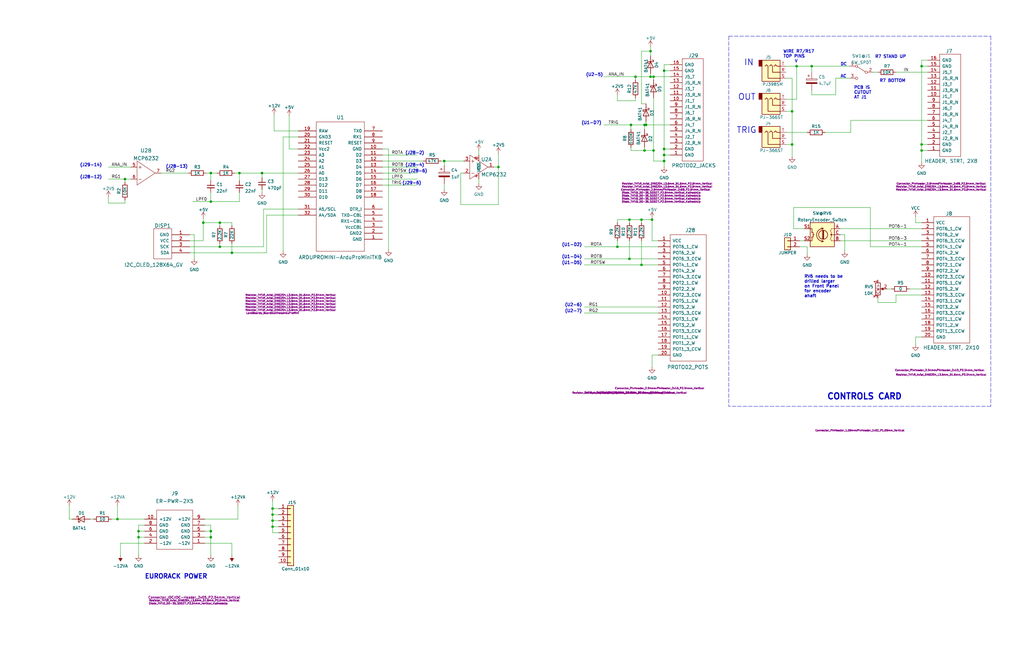
<source format=kicad_sch>
(kicad_sch (version 20211123) (generator eeschema)
  (paper "B")
  (title_block (date "2023-01-06"))
  (lib_symbols
    (symbol "Connector:AudioJack3"
      (property "Reference" "J" (at 0 8.89 0))
      (property "Value" "AudioJack3" (at 0 6.35 0))
      (symbol "AudioJack3_1_1"
        (pin passive line (at 5.08 0 180) (length 2.54) (name "~") (number "R"))
        (pin passive line (at 5.08 2.54 180) (length 2.54) (name "~") (number "S"))
        (pin passive line (at 5.08 -2.54 180) (length 2.54) (name "~") (number "T"))
      )
    )
    (symbol "Connector_Generic:Conn_01x02" (pin_names (offset 1.016) hide)
      (property "Reference" "J" (at 0 2.54 0))
      (property "Value" "Conn_01x02" (at 0 -5.08 0))
      (symbol "Conn_01x02_1_1"
        (pin passive line (at -5.08 0 0) (length 3.81) (name "Pin_1") (number "1"))
        (pin passive line (at -5.08 -2.54 0) (length 3.81) (name "Pin_2") (number "2"))
      )
    )
    (symbol "Connector_Generic:Conn_01x10" (pin_names (offset 1.016) hide)
      (property "Reference" "J" (at 0 12.7 0))
      (property "Value" "Conn_01x10" (at 0 -15.24 0))
      (symbol "Conn_01x10_1_1"
        (pin passive line (at -5.08 10.16 0) (length 3.81) (name "Pin_1") (number "1"))
        (pin passive line (at -5.08 -12.7 0) (length 3.81) (name "Pin_10") (number "10"))
        (pin passive line (at -5.08 7.62 0) (length 3.81) (name "Pin_2") (number "2"))
        (pin passive line (at -5.08 5.08 0) (length 3.81) (name "Pin_3") (number "3"))
        (pin passive line (at -5.08 2.54 0) (length 3.81) (name "Pin_4") (number "4"))
        (pin passive line (at -5.08 0 0) (length 3.81) (name "Pin_5") (number "5"))
        (pin passive line (at -5.08 -2.54 0) (length 3.81) (name "Pin_6") (number "6"))
        (pin passive line (at -5.08 -5.08 0) (length 3.81) (name "Pin_7") (number "7"))
        (pin passive line (at -5.08 -7.62 0) (length 3.81) (name "Pin_8") (number "8"))
        (pin passive line (at -5.08 -10.16 0) (length 3.81) (name "Pin_9") (number "9"))
      )
    )
    (symbol "Device:C_Polarized" (pin_numbers hide) (pin_names (offset 0.254))
      (property "Reference" "C" (at 0.635 2.54 0))
      (property "Value" "C_Polarized" (at 0.635 -2.54 0))
      (symbol "C_Polarized_1_1"
        (pin passive line (at 0 3.81 270) (length 2.794) (name "~") (number "1"))
        (pin passive line (at 0 -3.81 90) (length 2.794) (name "~") (number "2"))
      )
    )
    (symbol "Device:C_Small" (pin_numbers hide) (pin_names (offset 0.254) hide)
      (property "Reference" "C" (at 0.254 1.778 0))
      (property "Value" "C_Small" (at 0.254 -2.032 0))
      (symbol "C_Small_1_1"
        (pin passive line (at 0 2.54 270) (length 2.032) (name "~") (number "1"))
        (pin passive line (at 0 -2.54 90) (length 2.032) (name "~") (number "2"))
      )
    )
    (symbol "Device:D_Schottky" (pin_numbers hide) (pin_names (offset 1.016) hide)
      (property "Reference" "D" (at 0 2.54 0))
      (property "Value" "D_Schottky" (at 0 -2.54 0))
      (symbol "D_Schottky_1_1"
        (pin passive line (at -3.81 0 0) (length 2.54) (name "K") (number "1"))
        (pin passive line (at 3.81 0 180) (length 2.54) (name "A") (number "2"))
      )
    )
    (symbol "Device:R" (pin_numbers hide) (pin_names (offset 0))
      (property "Reference" "R" (at 2.032 0 90))
      (property "Value" "R" (at 0 0 90))
      (symbol "R_1_1"
        (pin passive line (at 0 3.81 270) (length 1.27) (name "~") (number "1"))
        (pin passive line (at 0 -3.81 90) (length 1.27) (name "~") (number "2"))
      )
    )
    (symbol "Device:RotaryEncoder_Switch" (pin_names (offset 0.254) hide)
      (property "Reference" "SW" (at 0 6.604 0))
      (property "Value" "RotaryEncoder_Switch" (at 0 -6.604 0))
      (symbol "RotaryEncoder_Switch_1_1"
        (pin passive line (at -7.62 2.54 0) (length 2.54) (name "A") (number "A"))
        (pin passive line (at -7.62 -2.54 0) (length 2.54) (name "B") (number "B"))
        (pin passive line (at -7.62 0 0) (length 2.54) (name "C") (number "C"))
        (pin passive line (at 7.62 2.54 180) (length 2.54) (name "S1") (number "S1"))
        (pin passive line (at 7.62 -2.54 180) (length 2.54) (name "S2") (number "S2"))
      )
    )
    (symbol "LandBoards_Cards:ARDUPROMINI-ArduProMiniTKB" (pin_names (offset 1.016))
      (property "Reference" "U3" (at 7.62 20.32 0))
      (property "Value" "ARDUPROMINI-ArduProMiniTKB" (at 0 -36.83 0))
      (property "Footprint" "LandBoards_BoardOutlines:ArduProMini" (at 0 -40.64 0))
      (symbol "ARDUPROMINI-ArduProMiniTKB_1_1"
        (pin unspecified line (at -17.78 -30.48 0) (length 7.62) (name "GND") (number "1"))
        (pin unspecified line (at -17.78 7.62 0) (length 7.62) (name "GND") (number "10"))
        (pin bidirectional line (at -17.78 5.08 0) (length 7.62) (name "D2") (number "11"))
        (pin bidirectional line (at -17.78 2.54 0) (length 7.62) (name "D3") (number "12"))
        (pin bidirectional line (at -17.78 0 0) (length 7.62) (name "D4") (number "13"))
        (pin bidirectional line (at -17.78 -2.54 0) (length 7.62) (name "D5") (number "14"))
        (pin bidirectional line (at -17.78 -5.08 0) (length 7.62) (name "D6") (number "15"))
        (pin bidirectional line (at -17.78 -7.62 0) (length 7.62) (name "D7") (number "16"))
        (pin bidirectional line (at -17.78 -10.16 0) (length 7.62) (name "D8") (number "17"))
        (pin bidirectional line (at -17.78 -12.7 0) (length 7.62) (name "D9") (number "18"))
        (pin unspecified line (at 17.78 15.24 180) (length 7.62) (name "RAW") (number "19"))
        (pin unspecified line (at -17.78 -27.94 0) (length 7.62) (name "GND2") (number "2"))
        (pin unspecified line (at 17.78 12.7 180) (length 7.62) (name "GND3") (number "20"))
        (pin input line (at 17.78 10.16 180) (length 7.62) (name "RESET") (number "21"))
        (pin unspecified line (at 17.78 7.62 180) (length 7.62) (name "Vcc2") (number "22"))
        (pin bidirectional line (at 17.78 5.08 180) (length 7.62) (name "A3") (number "23"))
        (pin bidirectional line (at 17.78 2.54 180) (length 7.62) (name "A2") (number "24"))
        (pin bidirectional line (at 17.78 0 180) (length 7.62) (name "A1") (number "25"))
        (pin bidirectional line (at 17.78 -2.54 180) (length 7.62) (name "A0") (number "26"))
        (pin bidirectional line (at 17.78 -5.08 180) (length 7.62) (name "D13") (number "27"))
        (pin input line (at 17.78 -7.62 180) (length 7.62) (name "D12") (number "28"))
        (pin bidirectional line (at 17.78 -10.16 180) (length 7.62) (name "D11") (number "29"))
        (pin power_in line (at -17.78 -25.4 0) (length 7.62) (name "VccCBL") (number "3"))
        (pin bidirectional line (at 17.78 -12.7 180) (length 7.62) (name "D10") (number "30"))
        (pin bidirectional line (at 17.78 -17.78 180) (length 7.62) (name "A5/SCL") (number "31"))
        (pin bidirectional line (at 17.78 -20.32 180) (length 7.62) (name "A4/SDA") (number "32"))
        (pin unspecified line (at -17.78 -22.86 0) (length 7.62) (name "RX1-CBL") (number "4"))
        (pin unspecified line (at -17.78 -20.32 0) (length 7.62) (name "TX0-CBL") (number "5"))
        (pin unspecified line (at -17.78 -17.78 0) (length 7.62) (name "DTR_I") (number "6"))
        (pin bidirectional line (at -17.78 15.24 0) (length 7.62) (name "TX0") (number "7"))
        (pin bidirectional line (at -17.78 12.7 0) (length 7.62) (name "RX1") (number "8"))
        (pin input line (at -17.78 10.16 0) (length 7.62) (name "RESET") (number "9"))
      )
    )
    (symbol "LandBoards_Conns:ER-PWR-2X5" (pin_names (offset 1.016))
      (property "Reference" "J" (at 0 10.16 0))
      (property "Value" "ER-PWR-2X5" (at 1.27 -8.89 0))
      (property "Footprint" "Connector_IDC:IDC-Header_2x05_P2.54mm_Vertical" (at 0 -11.43 0))
      (symbol "ER-PWR-2X5_1_1"
        (pin power_out line (at 12.7 -5.08 180) (length 5.08) (name "-12V") (number "1"))
        (pin power_out line (at -12.7 5.08 0) (length 5.08) (name "+12V") (number "10"))
        (pin power_out line (at -12.7 -5.08 0) (length 5.08) (name "-12V") (number "2"))
        (pin power_in line (at 12.7 -2.54 180) (length 5.08) (name "GND") (number "3"))
        (pin power_out line (at -12.7 -2.54 0) (length 5.08) (name "GND") (number "4"))
        (pin power_out line (at 12.7 0 180) (length 5.08) (name "GND") (number "5"))
        (pin power_out line (at -12.7 0 0) (length 5.08) (name "GND") (number "6"))
        (pin power_out line (at 12.7 2.54 180) (length 5.08) (name "GND") (number "7"))
        (pin power_out line (at -12.7 2.54 0) (length 5.08) (name "GND") (number "8"))
        (pin power_out line (at 12.7 5.08 180) (length 5.08) (name "+12V") (number "9"))
      )
    )
    (symbol "LandBoards_Conns:I2C_OLED_128X64_GV" (pin_names (offset 1.016))
      (property "Reference" "DISP" (at 0 7.62 0))
      (property "Value" "I2C_OLED_128X64_GV" (at 1.27 -7.62 0))
      (symbol "I2C_OLED_128X64_GV_1_1"
        (pin power_out line (at -11.43 3.81 0) (length 7.62) (name "GND") (number "1"))
        (pin power_out line (at -11.43 1.27 0) (length 7.62) (name "VCC") (number "2"))
        (pin input line (at -11.43 -1.27 0) (length 7.62) (name "SCK") (number "3"))
        (pin input line (at -11.43 -3.81 0) (length 7.62) (name "SDA") (number "4"))
      )
    )
    (symbol "LandBoards_Conns:PROTO02_JACKS" (pin_names (offset 1.016))
      (property "Reference" "J" (at 0 22.86 0))
      (property "Value" "PROTO02_JACKS" (at 0 -22.86 0))
      (symbol "PROTO02_JACKS_1_1"
        (pin power_in line (at 8.89 -19.05 180) (length 5.08) (name "GND") (number "1"))
        (pin passive line (at 8.89 3.81 180) (length 5.08) (name "J1_T") (number "10"))
        (pin passive line (at 8.89 6.35 180) (length 5.08) (name "J3_R_N") (number "11"))
        (pin passive line (at 8.89 8.89 180) (length 5.08) (name "J3_T") (number "12"))
        (pin passive line (at 8.89 11.43 180) (length 5.08) (name "J5_R_N") (number "13"))
        (pin passive line (at 8.89 13.97 180) (length 5.08) (name "J5_T") (number "14"))
        (pin power_in line (at 8.89 16.51 180) (length 5.08) (name "GND") (number "15"))
        (pin power_in line (at 8.89 19.05 180) (length 5.08) (name "GND") (number "16"))
        (pin power_in line (at 8.89 -16.51 180) (length 5.08) (name "GND") (number "2"))
        (pin passive line (at 8.89 -13.97 180) (length 5.08) (name "J2_R_N") (number "3"))
        (pin passive line (at 8.89 -11.43 180) (length 5.08) (name "J2_T") (number "4"))
        (pin passive line (at 8.89 -8.89 180) (length 5.08) (name "J4_R_N") (number "5"))
        (pin passive line (at 8.89 -6.35 180) (length 5.08) (name "J4_T") (number "6"))
        (pin passive line (at 8.89 -3.81 180) (length 5.08) (name "J6_R_N") (number "7"))
        (pin passive line (at 8.89 -1.27 180) (length 5.08) (name "J6_T") (number "8"))
        (pin passive line (at 8.89 1.27 180) (length 5.08) (name "J1_R_N") (number "9"))
      )
    )
    (symbol "LandBoards_Conns:PROTO02_POTS" (pin_names (offset 1.016))
      (property "Reference" "J" (at -1.27 27.94 0))
      (property "Value" "PROTO02_POTS" (at 0 -27.94 0))
      (symbol "PROTO02_POTS_1_1"
        (pin power_in line (at 11.43 24.13 180) (length 5.08) (name "VCC") (number "1"))
        (pin passive line (at 11.43 1.27 180) (length 5.08) (name "POT2_3_CCW") (number "10"))
        (pin passive line (at 11.43 -1.27 180) (length 5.08) (name "POT5_1_CW") (number "11"))
        (pin passive line (at 11.43 -3.81 180) (length 5.08) (name "POT5_2_W") (number "12"))
        (pin passive line (at 11.43 -6.35 180) (length 5.08) (name "POT5_3_CCW") (number "13"))
        (pin passive line (at 11.43 -8.89 180) (length 5.08) (name "POT3_1_CW") (number "14"))
        (pin passive line (at 11.43 -11.43 180) (length 5.08) (name "POT3_2_W") (number "15"))
        (pin passive line (at 11.43 -13.97 180) (length 5.08) (name "POT3_3_CCW") (number "16"))
        (pin passive line (at 11.43 -16.51 180) (length 5.08) (name "POT1_1_CW") (number "17"))
        (pin passive line (at 11.43 -19.05 180) (length 5.08) (name "POT1_2_W") (number "18"))
        (pin passive line (at 11.43 -21.59 180) (length 5.08) (name "POT1_3_CCW") (number "19"))
        (pin passive line (at 11.43 21.59 180) (length 5.08) (name "POT6_1_CW") (number "2"))
        (pin power_in line (at 11.43 -24.13 180) (length 5.08) (name "GND") (number "20"))
        (pin passive line (at 11.43 19.05 180) (length 5.08) (name "POT6_2_W") (number "3"))
        (pin passive line (at 11.43 16.51 180) (length 5.08) (name "POT6_3_CCW") (number "4"))
        (pin passive line (at 11.43 13.97 180) (length 5.08) (name "POT4_1_CW") (number "5"))
        (pin passive line (at 11.43 11.43 180) (length 5.08) (name "POT4_2_W") (number "6"))
        (pin passive line (at 11.43 8.89 180) (length 5.08) (name "POT4_3_CCW") (number "7"))
        (pin passive line (at 11.43 6.35 180) (length 5.08) (name "POT2_1_CW") (number "8"))
        (pin passive line (at 11.43 3.81 180) (length 5.08) (name "POT2_2_W") (number "9"))
      )
    )
    (symbol "LandBoards_Semis:MCP6002" (pin_names (offset 1.016))
      (property "Reference" "U" (at 2.54 -3.81 0))
      (property "Value" "MCP6002" (at 6.35 3.81 0))
      (symbol "MCP6002_0_0"
        (text "+" (at -2.54 2.54 0) (effects (font (size 1.524 1.524))))
        (text "-" (at -2.54 -2.54 0) (effects (font (size 1.524 1.524))))
      )
      (symbol "MCP6002_1_1"
        (pin input line (at 6.35 0 180) (length 2.54) (name "Q") (number "1"))
        (pin input line (at -6.35 -2.54 0) (length 2.54) (name "-") (number "2"))
        (pin input line (at -6.35 2.54 0) (length 2.54) (name "+") (number "3"))
        (pin input line (at 0 -5.08 90) (length 2.54) (name "VSS") (number "4"))
        (pin input line (at 0 5.08 270) (length 2.54) (name "VDD") (number "8"))
      )
      (symbol "MCP6002_2_1"
        (pin input line (at -6.35 2.54 0) (length 2.54) (name "+") (number "5"))
        (pin input line (at -6.35 -2.54 0) (length 2.54) (name "-") (number "6"))
        (pin input line (at 6.35 0 180) (length 2.54) (name "Q") (number "7"))
      )
    )
    (symbol "R_Pot_CW_4" (pin_names (offset 1.016) hide)
      (property "Reference" "RV" (at -1.27 1.27 0))
      (property "Value" "R_Pot_CW_4" (at -1.27 -1.27 0))
      (symbol "R_Pot_CW_4_0_0"
        (text "CW>" (at 0 0 900) (effects (font (size 1.27 1.27))))
      )
      (symbol "R_Pot_CW_4_1_1"
        (pin passive line (at 0 3.81 270) (length 1.27) (name "1") (number "1"))
        (pin passive line (at 3.81 0 180) (length 1.27) (name "2") (number "2"))
        (pin passive line (at 0 -3.81 90) (length 1.27) (name "3") (number "3"))
      )
    )
    (symbol "Switch:SW_SPDT" (pin_names (offset 0) hide)
      (property "Reference" "SW" (at 0 4.318 0))
      (property "Value" "SW_SPDT" (at 0 -5.08 0))
      (symbol "SW_SPDT_1_1"
        (pin passive line (at 5.08 2.54 180) (length 2.54) (name "A") (number "1"))
        (pin passive line (at -5.08 0 0) (length 2.54) (name "B") (number "2"))
        (pin passive line (at 5.08 -2.54 180) (length 2.54) (name "C") (number "3"))
      )
    )
    (symbol "power:+12V" (power) (pin_names (offset 0))
      (property "Value" "+12V" (at 0 3.556 0))
      (symbol "+12V_1_1"
        (pin power_in line (at 0 0 90) (length 0) hide (name "+12V") (number "1"))
      )
    )
    (symbol "power:+12VA" (power) (pin_names (offset 0))
      (property "Value" "+12VA" (at 0 3.556 0))
      (symbol "+12VA_1_1"
        (pin power_in line (at 0 0 90) (length 0) hide (name "+12VA") (number "1"))
      )
    )
    (symbol "power:+2V5" (power) (pin_names (offset 0))
      (property "Value" "+2V5" (at 0 3.556 0))
      (symbol "+2V5_1_1"
        (pin power_in line (at 0 0 90) (length 0) hide (name "+2V5") (number "1"))
      )
    )
    (symbol "power:+5V" (power) (pin_names (offset 0))
      (property "Value" "+5V" (at 0 3.556 0))
      (symbol "+5V_1_1"
        (pin power_in line (at 0 0 90) (length 0) hide (name "+5V") (number "1"))
      )
    )
    (symbol "power:-12VA" (power) (pin_names (offset 0))
      (property "Value" "-12VA" (at 0 3.556 0))
      (symbol "-12VA_0_0"
        (pin power_in line (at 0 0 90) (length 0) hide (name "-12VA") (number "1"))
      )
    )
    (symbol "power:GND" (power) (pin_names (offset 0))
      (property "Value" "GND" (at 0 -3.81 0))
      (symbol "GND_1_1"
        (pin power_in line (at 0 0 270) (length 0) hide (name "GND") (number "1"))
      )
    )
    (symbol "power:VCC" (power) (pin_names (offset 0))
      (property "Value" "VCC" (at 0 3.81 0))
      (symbol "VCC_1_1"
        (pin power_in line (at 0 0 90) (length 0) hide (name "VCC") (number "1"))
      )
    )
  )
  (junction (at 52.705 75.565))
  (junction (at 275.59 32.385))
  (junction (at 114.935 219.71))
  (junction (at 266.065 52.705))
  (junction (at 85.725 93.98))
  (junction (at 280.035 67.945))
  (junction (at 265.43 92.71))
  (junction (at 92.71 93.98))
  (junction (at 280.035 62.865))
  (junction (at 274.32 32.385))
  (junction (at 110.49 73.025))
  (junction (at 272.415 52.705))
  (junction (at 271.78 52.705))
  (junction (at 274.955 92.71))
  (junction (at 97.79 106.68))
  (junction (at 280.035 29.845))
  (junction (at 342.265 27.94))
  (junction (at 271.78 63.5))
  (junction (at 280.035 65.405))
  (junction (at 388.62 63.5))
  (junction (at 187.325 67.945))
  (junction (at 114.935 222.25))
  (junction (at 335.915 27.94))
  (junction (at 100.965 73.025))
  (junction (at 88.9 85.09))
  (junction (at 92.71 104.14))
  (junction (at 114.935 214.63))
  (junction (at 388.62 27.94))
  (junction (at 88.9 226.695))
  (junction (at 260.35 104.14))
  (junction (at 270.51 111.76))
  (junction (at 88.9 73.025))
  (junction (at 388.62 60.96))
  (junction (at 58.42 224.155))
  (junction (at 275.59 63.5))
  (junction (at 267.97 32.385))
  (junction (at 210.185 70.485))
  (junction (at 334.01 46.99))
  (junction (at 274.32 21.59))
  (junction (at 270.51 92.71))
  (junction (at 49.53 219.075))
  (junction (at 88.9 224.155))
  (junction (at 58.42 226.695))
  (junction (at 265.43 109.22))
  (junction (at 334.01 60.96))
  (junction (at 114.935 217.17))
  (wire (pts (xy 260.35 92.71) (xy 260.35 93.98)))
  (wire (pts (xy 86.36 221.615) (xy 88.9 221.615)))
  (wire (pts (xy 386.08 142.24) (xy 386.08 145.415)))
  (wire (pts (xy 45.72 75.565) (xy 52.705 75.565)))
  (wire (pts (xy 67.945 73.025) (xy 79.375 73.025)))
  (wire (pts (xy 52.705 85.725) (xy 52.705 84.455)))
  (wire (pts (xy 161.29 67.945) (xy 178.435 67.945)))
  (wire (pts (xy 275.59 32.385) (xy 275.59 33.655)))
  (wire (pts (xy 386.08 142.24) (xy 388.62 142.24)))
  (wire (pts (xy 266.065 52.705) (xy 266.065 54.61)))
  (wire (pts (xy 52.705 76.835) (xy 52.705 75.565)))
  (wire (pts (xy 161.29 75.565) (xy 175.895 75.565)))
  (wire (pts (xy 49.53 219.075) (xy 60.96 219.075)))
  (wire (pts (xy 114.935 214.63) (xy 114.935 217.17)))
  (wire (pts (xy 201.93 63.5) (xy 201.93 65.405)))
  (wire (pts (xy 342.265 40.005) (xy 352.425 40.005)))
  (wire (pts (xy 88.9 73.025) (xy 91.44 73.025)))
  (wire (pts (xy 92.71 95.25) (xy 92.71 93.98)))
  (wire (pts (xy 92.71 104.14) (xy 80.01 104.14)))
  (wire (pts (xy 97.79 93.98) (xy 92.71 93.98)))
  (wire (pts (xy 342.265 38.1) (xy 342.265 40.005)))
  (wire (pts (xy 254.635 52.705) (xy 266.065 52.705)))
  (wire (pts (xy 58.42 221.615) (xy 58.42 224.155)))
  (wire (pts (xy 121.92 62.865) (xy 125.73 62.865)))
  (wire (pts (xy 367.03 87.63) (xy 334.645 87.63)))
  (wire (pts (xy 114.935 211.455) (xy 114.935 214.63)))
  (wire (pts (xy 246.38 109.22) (xy 265.43 109.22)))
  (wire (pts (xy 117.475 224.79) (xy 114.935 224.79)))
  (wire (pts (xy 186.055 67.945) (xy 187.325 67.945)))
  (wire (pts (xy 45.72 83.185) (xy 45.72 85.725)))
  (wire (pts (xy 119.38 57.785) (xy 119.38 106.045)))
  (wire (pts (xy 337.185 104.14) (xy 340.36 104.14)))
  (wire (pts (xy 88.9 224.155) (xy 88.9 226.695)))
  (wire (pts (xy 97.79 102.87) (xy 97.79 106.68)))
  (wire (pts (xy 280.035 65.405) (xy 280.035 67.945)))
  (polyline (pts (xy 417.83 171.45) (xy 307.34 171.45)))
  (wire (pts (xy 29.21 219.075) (xy 30.48 219.075)))
  (wire (pts (xy 100.33 213.36) (xy 100.33 219.075)))
  (wire (pts (xy 340.36 104.14) (xy 340.36 107.315)))
  (wire (pts (xy 335.915 27.94) (xy 335.915 41.91)))
  (wire (pts (xy 210.185 86.36) (xy 210.185 70.485)))
  (wire (pts (xy 335.915 27.94) (xy 342.265 27.94)))
  (wire (pts (xy 265.43 92.71) (xy 265.43 93.98)))
  (wire (pts (xy 86.995 73.025) (xy 88.9 73.025)))
  (wire (pts (xy 388.62 27.94) (xy 388.62 60.96)))
  (wire (pts (xy 270.51 21.59) (xy 274.32 21.59)))
  (wire (pts (xy 280.035 67.945) (xy 275.59 67.945)))
  (wire (pts (xy 280.035 67.945) (xy 280.035 70.485)))
  (wire (pts (xy 274.955 149.86) (xy 277.495 149.86)))
  (wire (pts (xy 260.35 104.14) (xy 277.495 104.14)))
  (wire (pts (xy 267.97 32.385) (xy 274.32 32.385)))
  (wire (pts (xy 270.51 101.6) (xy 270.51 111.76)))
  (wire (pts (xy 266.065 63.5) (xy 266.065 62.23)))
  (wire (pts (xy 388.62 27.94) (xy 391.16 27.94)))
  (wire (pts (xy 81.915 99.06) (xy 81.915 109.22)))
  (wire (pts (xy 49.53 213.36) (xy 49.53 219.075)))
  (wire (pts (xy 97.79 229.235) (xy 97.79 234.315)))
  (wire (pts (xy 331.47 41.91) (xy 335.915 41.91)))
  (wire (pts (xy 100.965 85.09) (xy 100.965 81.28)))
  (wire (pts (xy 111.125 104.14) (xy 92.71 104.14)))
  (wire (pts (xy 368.3 30.48) (xy 370.205 30.48)))
  (wire (pts (xy 275.59 41.275) (xy 275.59 63.5)))
  (wire (pts (xy 277.495 101.6) (xy 274.955 101.6)))
  (wire (pts (xy 280.035 27.305) (xy 280.035 29.845)))
  (wire (pts (xy 246.38 132.08) (xy 277.495 132.08)))
  (wire (pts (xy 210.185 70.485) (xy 208.28 70.485)))
  (wire (pts (xy 110.49 81.28) (xy 110.49 80.01)))
  (wire (pts (xy 377.825 127.635) (xy 370.205 127.635)))
  (wire (pts (xy 342.265 27.94) (xy 342.265 30.48)))
  (wire (pts (xy 161.29 70.485) (xy 175.895 70.485)))
  (wire (pts (xy 58.42 226.695) (xy 58.42 234.315)))
  (wire (pts (xy 99.06 73.025) (xy 100.965 73.025)))
  (wire (pts (xy 388.62 104.14) (xy 367.03 104.14)))
  (wire (pts (xy 125.73 90.805) (xy 112.395 90.805)))
  (wire (pts (xy 270.51 111.76) (xy 277.495 111.76)))
  (wire (pts (xy 80.01 101.6) (xy 85.725 101.6)))
  (wire (pts (xy 388.62 25.4) (xy 388.62 27.94)))
  (wire (pts (xy 52.705 75.565) (xy 55.245 75.565)))
  (wire (pts (xy 354.33 99.06) (xy 356.235 99.06)))
  (wire (pts (xy 187.325 77.47) (xy 187.325 80.01)))
  (wire (pts (xy 29.21 213.36) (xy 29.21 219.075)))
  (wire (pts (xy 386.08 91.44) (xy 386.08 93.98)))
  (wire (pts (xy 280.035 62.865) (xy 282.575 62.865)))
  (wire (pts (xy 270.51 92.71) (xy 265.43 92.71)))
  (wire (pts (xy 265.43 101.6) (xy 265.43 109.22)))
  (wire (pts (xy 114.935 219.71) (xy 117.475 219.71)))
  (wire (pts (xy 112.395 90.805) (xy 112.395 106.68)))
  (wire (pts (xy 110.49 73.025) (xy 125.73 73.025)))
  (wire (pts (xy 267.97 42.545) (xy 260.35 42.545)))
  (wire (pts (xy 374.015 121.92) (xy 375.92 121.92)))
  (wire (pts (xy 271.78 52.705) (xy 272.415 52.705)))
  (wire (pts (xy 246.38 111.76) (xy 270.51 111.76)))
  (wire (pts (xy 260.35 101.6) (xy 260.35 104.14)))
  (wire (pts (xy 50.8 229.235) (xy 50.8 234.315)))
  (wire (pts (xy 334.01 60.96) (xy 334.01 66.04)))
  (wire (pts (xy 275.59 67.945) (xy 275.59 63.5)))
  (wire (pts (xy 125.73 55.245) (xy 115.57 55.245)))
  (wire (pts (xy 58.42 226.695) (xy 60.96 226.695)))
  (wire (pts (xy 354.33 96.52) (xy 388.62 96.52)))
  (wire (pts (xy 246.38 129.54) (xy 277.495 129.54)))
  (wire (pts (xy 354.33 101.6) (xy 388.62 101.6)))
  (wire (pts (xy 274.32 31.115) (xy 274.32 32.385)))
  (wire (pts (xy 271.78 63.5) (xy 271.78 62.23)))
  (wire (pts (xy 210.185 64.77) (xy 210.185 70.485)))
  (wire (pts (xy 58.42 224.155) (xy 58.42 226.695)))
  (wire (pts (xy 331.47 60.96) (xy 334.01 60.96)))
  (wire (pts (xy 370.205 127.635) (xy 370.205 125.73)))
  (wire (pts (xy 88.9 85.09) (xy 100.965 85.09)))
  (wire (pts (xy 274.955 149.86) (xy 274.955 154.94)))
  (wire (pts (xy 254.635 32.385) (xy 267.97 32.385)))
  (wire (pts (xy 331.47 55.88) (xy 340.36 55.88)))
  (wire (pts (xy 58.42 224.155) (xy 60.96 224.155)))
  (wire (pts (xy 114.935 222.25) (xy 117.475 222.25)))
  (wire (pts (xy 114.935 217.17) (xy 114.935 219.71)))
  (polyline (pts (xy 307.34 15.24) (xy 307.34 171.45)))
  (wire (pts (xy 85.725 92.075) (xy 85.725 93.98)))
  (wire (pts (xy 358.775 55.88) (xy 347.98 55.88)))
  (wire (pts (xy 38.1 219.075) (xy 39.37 219.075)))
  (wire (pts (xy 352.425 33.02) (xy 358.14 33.02)))
  (wire (pts (xy 117.475 214.63) (xy 114.935 214.63)))
  (wire (pts (xy 111.125 88.265) (xy 111.125 104.14)))
  (wire (pts (xy 331.47 33.02) (xy 334.01 33.02)))
  (wire (pts (xy 274.32 19.685) (xy 274.32 21.59)))
  (wire (pts (xy 267.97 32.385) (xy 267.97 33.655)))
  (wire (pts (xy 187.325 67.945) (xy 187.325 69.85)))
  (wire (pts (xy 274.955 92.075) (xy 274.955 92.71)))
  (wire (pts (xy 45.72 85.725) (xy 52.705 85.725)))
  (polyline (pts (xy 307.34 15.24) (xy 417.83 15.24)))
  (wire (pts (xy 60.96 229.235) (xy 50.8 229.235)))
  (wire (pts (xy 121.92 48.895) (xy 121.92 62.865)))
  (wire (pts (xy 280.035 29.845) (xy 280.035 62.865)))
  (wire (pts (xy 88.9 73.025) (xy 88.9 76.2)))
  (wire (pts (xy 187.325 67.945) (xy 195.58 67.945)))
  (wire (pts (xy 280.035 29.845) (xy 282.575 29.845)))
  (wire (pts (xy 266.065 52.705) (xy 271.78 52.705)))
  (wire (pts (xy 125.73 57.785) (xy 119.38 57.785)))
  (wire (pts (xy 334.645 87.63) (xy 334.645 96.52)))
  (wire (pts (xy 80.01 106.68) (xy 97.79 106.68)))
  (wire (pts (xy 272.415 51.435) (xy 272.415 52.705)))
  (wire (pts (xy 388.62 63.5) (xy 391.16 63.5)))
  (wire (pts (xy 282.575 27.305) (xy 280.035 27.305)))
  (wire (pts (xy 86.36 226.695) (xy 88.9 226.695)))
  (wire (pts (xy 388.62 93.98) (xy 386.08 93.98)))
  (wire (pts (xy 86.36 224.155) (xy 88.9 224.155)))
  (wire (pts (xy 356.235 99.06) (xy 356.235 106.045)))
  (wire (pts (xy 88.9 221.615) (xy 88.9 224.155)))
  (polyline (pts (xy 417.83 15.24) (xy 417.83 171.45)))
  (wire (pts (xy 194.31 86.36) (xy 210.185 86.36)))
  (wire (pts (xy 163.83 62.865) (xy 163.83 105.41)))
  (wire (pts (xy 265.43 109.22) (xy 277.495 109.22)))
  (wire (pts (xy 80.01 99.06) (xy 81.915 99.06)))
  (wire (pts (xy 270.51 43.815) (xy 270.51 21.59)))
  (wire (pts (xy 97.79 95.25) (xy 97.79 93.98)))
  (wire (pts (xy 271.78 63.5) (xy 266.065 63.5)))
  (wire (pts (xy 331.47 27.94) (xy 335.915 27.94)))
  (wire (pts (xy 275.59 32.385) (xy 282.575 32.385)))
  (wire (pts (xy 86.36 219.075) (xy 100.33 219.075)))
  (wire (pts (xy 391.16 25.4) (xy 388.62 25.4)))
  (wire (pts (xy 280.035 65.405) (xy 282.575 65.405)))
  (wire (pts (xy 358.775 50.8) (xy 358.775 55.88)))
  (wire (pts (xy 100.965 73.025) (xy 100.965 76.2)))
  (wire (pts (xy 201.93 77.47) (xy 201.93 75.565)))
  (wire (pts (xy 46.99 219.075) (xy 49.53 219.075)))
  (wire (pts (xy 334.01 46.99) (xy 334.01 60.96)))
  (wire (pts (xy 274.32 21.59) (xy 274.32 23.495)))
  (wire (pts (xy 195.58 73.025) (xy 194.31 73.025)))
  (wire (pts (xy 272.415 52.705) (xy 282.575 52.705)))
  (wire (pts (xy 260.35 40.005) (xy 260.35 42.545)))
  (wire (pts (xy 161.29 62.865) (xy 163.83 62.865)))
  (wire (pts (xy 275.59 63.5) (xy 271.78 63.5)))
  (wire (pts (xy 45.72 70.485) (xy 55.245 70.485)))
  (wire (pts (xy 270.51 92.71) (xy 270.51 93.98)))
  (wire (pts (xy 125.73 88.265) (xy 111.125 88.265)))
  (wire (pts (xy 115.57 48.26) (xy 115.57 55.245)))
  (wire (pts (xy 88.9 226.695) (xy 88.9 234.315)))
  (wire (pts (xy 60.96 221.615) (xy 58.42 221.615)))
  (wire (pts (xy 110.49 73.025) (xy 110.49 74.93)))
  (wire (pts (xy 352.425 40.005) (xy 352.425 33.02)))
  (wire (pts (xy 81.28 85.09) (xy 88.9 85.09)))
  (wire (pts (xy 246.38 104.14) (xy 260.35 104.14)))
  (wire (pts (xy 280.035 62.865) (xy 280.035 65.405)))
  (wire (pts (xy 272.415 43.815) (xy 270.51 43.815)))
  (wire (pts (xy 271.78 52.705) (xy 271.78 54.61)))
  (wire (pts (xy 331.47 46.99) (xy 334.01 46.99)))
  (wire (pts (xy 377.825 124.46) (xy 377.825 127.635)))
  (wire (pts (xy 85.725 93.98) (xy 92.71 93.98)))
  (wire (pts (xy 161.29 78.105) (xy 175.895 78.105)))
  (wire (pts (xy 342.265 27.94) (xy 358.14 27.94)))
  (wire (pts (xy 88.9 81.28) (xy 88.9 85.09)))
  (wire (pts (xy 267.97 41.275) (xy 267.97 42.545)))
  (wire (pts (xy 85.725 93.98) (xy 85.725 101.6)))
  (wire (pts (xy 388.62 60.96) (xy 388.62 63.5)))
  (wire (pts (xy 334.645 96.52) (xy 339.09 96.52)))
  (wire (pts (xy 388.62 60.96) (xy 391.16 60.96)))
  (wire (pts (xy 161.29 73.025) (xy 175.895 73.025)))
  (wire (pts (xy 161.29 65.405) (xy 175.895 65.405)))
  (wire (pts (xy 97.79 106.68) (xy 112.395 106.68)))
  (wire (pts (xy 388.62 124.46) (xy 377.825 124.46)))
  (wire (pts (xy 274.32 32.385) (xy 275.59 32.385)))
  (wire (pts (xy 86.36 229.235) (xy 97.79 229.235)))
  (wire (pts (xy 194.31 73.025) (xy 194.31 86.36)))
  (wire (pts (xy 265.43 92.71) (xy 260.35 92.71)))
  (wire (pts (xy 339.09 101.6) (xy 337.185 101.6)))
  (wire (pts (xy 388.62 63.5) (xy 388.62 68.58)))
  (wire (pts (xy 377.825 30.48) (xy 391.16 30.48)))
  (wire (pts (xy 391.16 50.8) (xy 358.775 50.8)))
  (wire (pts (xy 114.935 219.71) (xy 114.935 222.25)))
  (wire (pts (xy 274.955 92.71) (xy 270.51 92.71)))
  (wire (pts (xy 367.03 104.14) (xy 367.03 87.63)))
  (wire (pts (xy 100.965 73.025) (xy 110.49 73.025)))
  (wire (pts (xy 114.935 222.25) (xy 114.935 224.79)))
  (wire (pts (xy 334.01 33.02) (xy 334.01 46.99)))
  (wire (pts (xy 274.955 92.71) (xy 274.955 101.6)))
  (wire (pts (xy 92.71 102.87) (xy 92.71 104.14)))
  (wire (pts (xy 383.54 121.92) (xy 388.62 121.92)))
  (wire (pts (xy 117.475 217.17) (xy 114.935 217.17)))
  (text "(J29-6)" (at 169.545 78.105 0) (effects (font (size 1.27 1.27) (thickness 0.254) bold) (justify left bottom)))
  (text "TRIG" (at 310.515 56.515 0) (effects (font (size 2.54 2.54) (thickness 0.254) bold) (justify left bottom)))
  (text "RV6 needs to be \ndrilled larger \non Front Panel\nfor encoder\nahaft" (at 339.09 125.73 0) (effects (font (size 1.27 1.27) bold) (justify left bottom)))
  (text "R7 STAND UP" (at 368.935 24.765 0) (effects (font (size 1.27 1.27) bold) (justify left bottom)))
  (text "(J28-13)" (at 69.85 71.12 0) (effects (font (size 1.27 1.27) (thickness 0.254) bold) (justify left bottom)))
  (text "DC" (at 354.33 27.94 0) (effects (font (size 1.27 1.27) bold) (justify left bottom)))
  (text "(U1-D4)" (at 236.855 109.22 0) (effects (font (size 1.27 1.27) (thickness 0.254) bold) (justify left bottom)))
  (text "CONTROLS CARD" (at 348.615 168.91 0) (effects (font (size 2.54 2.54) (thickness 0.508) bold) (justify left bottom)))
  (text "(J29-14)" (at 33.655 70.485 0) (effects (font (size 1.27 1.27) (thickness 0.254) bold) (justify left bottom)))
  (text "WIRE R7/R17\nTOP PINS\n     V" (at 330.2 26.67 0) (effects (font (size 1.27 1.27) bold) (justify left bottom)))
  (text "R7 BOTTOM" (at 370.84 34.925 0) (effects (font (size 1.27 1.27) bold) (justify left bottom)))
  (text "AC" (at 354.33 33.02 0) (effects (font (size 1.27 1.27) bold) (justify left bottom)))
  (text "(U2-7)" (at 238.125 132.08 0) (effects (font (size 1.27 1.27) (thickness 0.254) bold) (justify left bottom)))
  (text "EURORACK POWER" (at 60.96 244.475 0) (effects (font (size 1.905 1.905) (thickness 0.381) bold) (justify left bottom)))
  (text "PCB IS\nCUTOUT\nAT J1" (at 360.045 41.91 0) (effects (font (size 1.27 1.27) bold) (justify left bottom)))
  (text "(U1-D7)" (at 245.11 52.705 0) (effects (font (size 1.27 1.27) (thickness 0.254) bold) (justify left bottom)))
  (text "(U2-5)" (at 247.015 32.385 0) (effects (font (size 1.27 1.27) (thickness 0.254) bold) (justify left bottom)))
  (text "(U1-D2)" (at 236.855 104.14 0) (effects (font (size 1.27 1.27) (thickness 0.254) bold) (justify left bottom)))
  (text "(J28-2)" (at 170.815 65.405 0) (effects (font (size 1.27 1.27) (thickness 0.254) bold) (justify left bottom)))
  (text "IN" (at 313.69 27.94 0) (effects (font (size 2.54 2.54) (thickness 0.254) bold) (justify left bottom)))
  (text "(U1-D5)" (at 236.855 111.76 0) (effects (font (size 1.27 1.27) (thickness 0.254) bold) (justify left bottom)))
  (text "(J28-6)" (at 172.085 73.025 0) (effects (font (size 1.27 1.27) (thickness 0.254) bold) (justify left bottom)))
  (text "(U2-6)" (at 238.125 129.54 0) (effects (font (size 1.27 1.27) (thickness 0.254) bold) (justify left bottom)))
  (text "OUT" (at 311.15 42.545 0) (effects (font (size 2.54 2.54) (thickness 0.254) bold) (justify left bottom)))
  (text "(J28-4)" (at 170.815 70.485 0) (effects (font (size 1.27 1.27) (thickness 0.254) bold) (justify left bottom)))
  (text "(J28-12)" (at 33.655 75.565 0) (effects (font (size 1.27 1.27) (thickness 0.254) bold) (justify left bottom)))
  (label "ROTA" (at 165.1 65.405 0))
  (label "RG2" (at 248.285 132.08 0))
  (label "ANA_IN" (at 256.54 32.385 0))
  (label "ROTSW" (at 248.92 111.76 0))
  (label "TRIG" (at 165.1 78.105 0))
  (label "ANA_IN" (at 46.99 70.485 0))
  (label "TRIG" (at 256.54 52.705 0))
  (label "ROTA" (at 248.92 104.14 0))
  (label "ROTSW" (at 165.1 73.025 0))
  (label "IN" (at 381 30.48 0))
  (label "RG1" (at 248.285 129.54 0))
  (label "ROTB" (at 165.1 70.485 0))
  (label "POT6-1" (at 374.65 96.52 0))
  (label "POT6-3" (at 374.65 101.6 0))
  (label "RG2" (at 69.85 73.025 0))
  (label "ROTB" (at 248.92 109.22 0))
  (label "RG1" (at 46.99 75.565 0))
  (label "LPF0" (at 165.1 75.565 0))
  (label "LPF0" (at 82.55 85.09 0))
  (label "POT4-1" (at 374.65 104.14 0))
  (symbol (lib_id "LandBoards_Semis:MCP6002") (at 201.93 70.485 0) (unit 1)
    (property "Reference" "U2" (at 205.105 67.31 0) (effects (font (size 1.524 1.524))))
    (property "Value" "MCP6232" (at 208.28 73.66 0) (effects (font (size 1.524 1.524))))
  )
  (symbol (lib_id "LandBoards_Conns:I2C_OLED_128X64_GV") (at 68.58 102.87 0) (mirror y) (unit 1)
    (property "Reference" "DISP1" (at 68.58 95.25 0) (effects (font (size 1.524 1.524))))
    (property "Value" "I2C_OLED_128X64_GV" (at 64.77 111.76 0) (effects (font (size 1.524 1.524))))
  )
  (symbol (lib_id "power:+12V") (at 114.935 211.455 0) (unit 1)
    (property "Reference" "#PWR017" (effects hide))
    (property "Value" "+12V" (at 114.935 207.8505 0))
  )
  (symbol (lib_id "power:GND") (at 119.38 106.045 0) (unit 1)
    (property "Reference" "#PWR015" (effects hide))
    (property "Value" "GND" (at 119.38 110.6075 0))
  )
  (symbol (lib_id "Connector_Generic:Conn_01x02") (at 332.105 101.6 0) (mirror y) (unit 1)
    (property "Reference" "J10" (at 332.105 99.06 0))
    (property "Value" "JUMPER" (at 332.105 106.68 0))
    (property "Footprint" "Connector_PinHeader_1.00mm:PinHeader_1x02_P1.00mm_Vertical" (at 362.585 181.61 0) (effects (font (size 0.762 0.762))))
  )
  (symbol (lib_id "Switch:SW_SPDT") (at 363.22 30.48 0) (mirror y) (unit 1)
    (property "Reference" "SW1@J1" (at 363.22 23.5925 0))
    (property "Value" "SW_SPDT" (at 363.22 26.3676 0))
  )
  (symbol (lib_id "LandBoards_Cards:ARDUPROMINI-ArduProMiniTKB") (at 143.51 70.485 0) (mirror y) (unit 1)
    (property "Reference" "U1" (at 143.51 49.53 0) (effects (font (size 1.524 1.524))))
    (property "Value" "ARDUPROMINI-ArduProMiniTKB" (at 143.51 108.585 0) (effects (font (size 1.524 1.524))))
    (property "Footprint" "LandBoards_BoardOutlines:ArduProMini" (at 114.935 132.08 0) (effects (font (size 0.762 0.762))))
  )
  (symbol (lib_id "power:GND") (at 274.955 154.94 0) (unit 1)
    (property "Reference" "#PWR023" (effects hide))
    (property "Value" "GND" (at 274.955 159.5025 0))
  )
  (symbol (lib_id "power:GND") (at 280.035 70.485 0) (unit 1)
    (property "Reference" "#PWR024" (effects hide))
    (property "Value" "GND" (at 280.035 75.0475 0))
  )
  (symbol (lib_id "LandBoards_Conns:ER-PWR-2X5") (at 73.66 224.155 0) (unit 1)
    (property "Reference" "J9" (at 73.66 208.2269 0) (effects (font (size 1.524 1.524))))
    (property "Value" "ER-PWR-2X5" (at 73.66 211.5059 0) (effects (font (size 1.524 1.524))))
    (property "Footprint" "Connector_IDC:IDC-Header_2x05_P2.54mm_Vertical" (at 81.915 252.095 0) (effects (font (size 1 1))))
  )
  (symbol (lib_id "Device:R") (at 266.065 58.42 180) (unit 1)
    (property "Reference" "R8" (at 263.525 58.42 90))
    (property "Value" "100K" (at 266.065 58.42 90))
    (property "Footprint" "Resistor_THT:R_Axial_DIN0204_L3.6mm_D1.6mm_P2.54mm_Vertical" (at 281.305 77.47 0) (effects (font (size 0.762 0.762))))
    (property "Datasheet" "https://www.mouser.com/ProductDetail/Xicon/299-2.2K-RC?qs=QaPBMFBEHz3RDbXknTj%252ByA%3D%3D" (effects hide))
  )
  (symbol (lib_id "LandBoards_Conns:PROTO02_POTS") (at 400.05 118.11 0) (mirror y) (unit 1)
    (property "Reference" "J8" (at 398.78 90.17 0) (effects (font (size 1.524 1.524)) (justify right)))
    (property "Value" "HEADER, STRT, 2X10" (at 389.255 146.685 0) (effects (font (size 1.524 1.524)) (justify right)))
    (property "Footprint" "Connector_PinHeader_2.54mm:PinHeader_2x10_P2.54mm_Vertical" (at 396.24 156.21 0) (effects (font (size 0.762 0.762))))
  )
  (symbol (lib_id "Device:C_Small") (at 100.965 78.74 0) (unit 1)
    (property "Reference" "C2" (at 103.2891 77.8378 0) (effects (justify left)))
    (property "Value" "22nF" (at 103.2891 80.6129 0) (effects (justify left)))
  )
  (symbol (lib_id "Device:R") (at 92.71 99.06 180) (unit 1)
    (property "Reference" "R?" (at 90.17 99.06 90))
    (property "Value" "2.2K" (at 92.71 99.06 90))
    (property "Footprint" "Resistor_THT:R_Axial_DIN0204_L3.6mm_D1.6mm_P2.54mm_Vertical" (at 122.555 125.73 0) (effects (font (size 0.762 0.762))))
    (property "Datasheet" "https://www.mouser.com/ProductDetail/Xicon/299-2.2K-RC?qs=QaPBMFBEHz3RDbXknTj%252ByA%3D%3D" (effects hide))
  )
  (symbol (lib_id "Device:R") (at 344.17 55.88 90) (unit 1)
    (property "Reference" "R15" (at 344.17 53.34 90))
    (property "Value" "1K" (at 344.17 55.88 90))
    (property "Footprint" "Resistor_THT:R_Axial_DIN0204_L3.6mm_D1.6mm_P2.54mm_Vertical" (at 396.875 80.01 90) (effects (font (size 0.762 0.762))))
    (property "Datasheet" "https://www.mouser.com/ProductDetail/Xicon/299-2.2K-RC?qs=QaPBMFBEHz3RDbXknTj%252ByA%3D%3D" (effects hide))
  )
  (symbol (lib_id "power:+5V") (at 201.93 63.5 0) (unit 1)
    (property "Reference" "#PWR06" (effects hide))
    (property "Value" "+5V" (at 201.93 59.8955 0))
  )
  (symbol (lib_id "power:GND") (at 58.42 234.315 0) (unit 1)
    (property "Reference" "#PWR04" (effects hide))
    (property "Value" "GND" (at 58.42 238.8775 0))
  )
  (symbol (lib_id "Device:R") (at 43.18 219.075 90) (unit 1)
    (property "Reference" "R1" (at 43.18 216.535 90))
    (property "Value" "10" (at 43.18 219.075 90))
    (property "Footprint" "Resistor_THT:R_Axial_DIN0204_L3.6mm_D1.6mm_P2.54mm_Vertical" (at 81.915 253.365 90) (effects (font (size 0.762 0.762))))
  )
  (symbol (lib_id "Connector:AudioJack3") (at 326.39 58.42 0) (mirror x) (unit 1)
    (property "Reference" "J4" (at 325.12 52.07 0) (effects (justify right)))
    (property "Value" "PJ-366ST" (at 330.2 63.5 0) (effects (justify right)))
    (property "Footprint" "AudioJacks:Jack_3.5mm_QingPu_WQP-PJ366ST_Vertical" (effects hide))
  )
  (symbol (lib_id "power:+5V") (at 274.32 19.685 0) (unit 1)
    (property "Reference" "#PWR021" (effects hide))
    (property "Value" "+5V" (at 274.32 16.0805 0))
  )
  (symbol (lib_id "Device:R") (at 83.185 73.025 90) (unit 1)
    (property "Reference" "R3" (at 83.185 70.485 90))
    (property "Value" "1K" (at 83.185 73.025 90))
    (property "Footprint" "Resistor_THT:R_Axial_DIN0204_L3.6mm_D1.6mm_P2.54mm_Vertical" (at 122.555 129.54 90) (effects (font (size 0.762 0.762))))
    (property "Datasheet" "https://www.mouser.com/ProductDetail/Xicon/299-2.2K-RC?qs=QaPBMFBEHz3RDbXknTj%252ByA%3D%3D" (effects hide))
  )
  (symbol (lib_id "LandBoards_Conns:PROTO02_POTS") (at 288.925 125.73 0) (mirror y) (unit 1)
    (property "Reference" "J28" (at 288.925 97.155 0) (effects (font (size 1.524 1.524)) (justify right)))
    (property "Value" "PROTO02_POTS" (at 281.305 154.94 0) (effects (font (size 1.524 1.524)) (justify right)))
    (property "Footprint" "Connector_PinHeader_2.54mm:PinHeader_2x10_P2.54mm_Vertical" (at 278.13 163.83 0) (effects (font (size 0.762 0.762))))
  )
  (symbol (lib_id "Device:C_Small") (at 110.49 77.47 0) (unit 1)
    (property "Reference" "C3" (at 112.8141 76.5678 0) (effects (justify left)))
    (property "Value" "470pF" (at 112.8141 79.3429 0) (effects (justify left)))
  )
  (symbol (lib_id "power:+5V") (at 274.955 92.075 0) (unit 1)
    (property "Reference" "#PWR022" (effects hide))
    (property "Value" "+5V" (at 274.955 88.4705 0))
  )
  (symbol (lib_id "power:VCC") (at 386.08 91.44 0) (unit 1)
    (property "Reference" "#PWR028" (effects hide))
    (property "Value" "VCC" (at 386.08 87.8355 0))
  )
  (symbol (lib_id "power:+12VA") (at 100.33 213.36 0) (unit 1)
    (property "Reference" "#PWR010" (effects hide))
    (property "Value" "+12VA" (at 100.33 209.7555 0))
  )
  (symbol (lib_id "Device:D_Schottky") (at 271.78 58.42 270) (unit 1)
    (property "Reference" "D2" (at 274.32 57.15 0) (effects (justify left)))
    (property "Value" "BAT41" (at 269.24 55.245 0) (effects (justify left)))
    (property "Footprint" "Diode_THT:D_DO-35_SOD27_P2.54mm_Vertical_KathodeUp" (at 278.765 85.09 90) (effects (font (size 0.762 0.762))))
  )
  (symbol (lib_id "power:+12V") (at 115.57 48.26 0) (unit 1)
    (property "Reference" "#PWR014" (effects hide))
    (property "Value" "+12V" (at 115.57 44.6555 0))
  )
  (symbol (lib_id "Device:R") (at 379.73 121.92 90) (unit 1)
    (property "Reference" "R5" (at 379.73 119.38 90))
    (property "Value" "0" (at 379.73 121.92 90))
    (property "Footprint" "Resistor_THT:R_Axial_DIN0204_L3.6mm_D1.6mm_P2.54mm_Vertical" (at 396.875 158.115 90) (effects (font (size 0.762 0.762))))
    (property "Datasheet" "https://www.mouser.com/ProductDetail/Xicon/299-2.2K-RC?qs=QaPBMFBEHz3RDbXknTj%252ByA%3D%3D" (effects hide))
  )
  (symbol (lib_id "LandBoards_Conns:PROTO02_JACKS") (at 291.465 46.355 0) (mirror y) (unit 1)
    (property "Reference" "J29" (at 290.195 23.495 0) (effects (font (size 1.524 1.524)) (justify right)))
    (property "Value" "PROTO02_JACKS" (at 283.21 69.85 0) (effects (font (size 1.524 1.524)) (justify right)))
    (property "Footprint" "Connector_PinHeader_2.54mm:PinHeader_2x08_P2.54mm_Vertical" (at 280.67 80.01 0) (effects (font (size 0.762 0.762))))
  )
  (symbol (lib_id "Device:R") (at 260.35 97.79 180) (unit 1)
    (property "Reference" "R9" (at 257.81 97.79 90))
    (property "Value" "2.2K" (at 260.35 97.79 90))
    (property "Footprint" "Resistor_THT:R_Axial_DIN0204_L3.6mm_D1.6mm_P2.54mm_Vertical" (at 260.35 165.735 0) (effects (font (size 0.762 0.762))))
    (property "Datasheet" "https://www.mouser.com/ProductDetail/Xicon/299-2.2K-RC?qs=QaPBMFBEHz3RDbXknTj%252ByA%3D%3D" (effects hide))
  )
  (symbol (lib_id "power:-12VA") (at 97.79 234.315 180) (unit 1)
    (property "Reference" "#PWR09" (effects hide))
    (property "Value" "-12VA" (at 97.79 238.8775 0))
  )
  (symbol (lib_id "power:GND") (at 187.325 80.01 0) (unit 1)
    (property "Reference" "#PWR019" (effects hide))
    (property "Value" "GND" (at 187.325 84.5725 0))
  )
  (symbol (lib_id "power:+12V") (at 29.21 213.36 0) (unit 1)
    (property "Reference" "#PWR01" (effects hide))
    (property "Value" "+12V" (at 29.21 209.7555 0))
  )
  (symbol (lib_id "power:+12VA") (at 49.53 213.36 0) (unit 1)
    (property "Reference" "#PWR02" (effects hide))
    (property "Value" "+12VA" (at 49.53 209.7555 0))
  )
  (symbol (lib_id "Device:R") (at 267.97 37.465 180) (unit 1)
    (property "Reference" "R12" (at 265.43 37.465 90))
    (property "Value" "47K" (at 267.97 37.465 90))
    (property "Footprint" "Resistor_THT:R_Axial_DIN0204_L3.6mm_D1.6mm_P2.54mm_Vertical" (at 281.305 78.74 0) (effects (font (size 0.762 0.762))))
    (property "Datasheet" "https://www.mouser.com/ProductDetail/Xicon/299-2.2K-RC?qs=QaPBMFBEHz3RDbXknTj%252ByA%3D%3D" (effects hide))
  )
  (symbol (lib_id "LandBoards_Conns:PROTO02_JACKS") (at 400.05 44.45 0) (mirror y) (unit 1)
    (property "Reference" "J7" (at 398.78 21.59 0) (effects (font (size 1.524 1.524)) (justify right)))
    (property "Value" "HEADER, STRT, 2X8" (at 389.89 67.945 0) (effects (font (size 1.524 1.524)) (justify right)))
    (property "Footprint" "Connector_PinHeader_2.54mm:PinHeader_2x08_P2.54mm_Vertical" (at 396.875 77.47 0) (effects (font (size 0.762 0.762))))
  )
  (symbol (lib_id "Device:D_Schottky") (at 274.32 27.305 270) (unit 1)
    (property "Reference" "D4" (at 276.86 26.035 0) (effects (justify left)))
    (property "Value" "BAT41" (at 272.415 24.765 0) (effects (justify left)))
    (property "Footprint" "Diode_THT:D_DO-35_SOD27_P2.54mm_Vertical_KathodeUp" (at 278.765 82.55 90) (effects (font (size 0.762 0.762))))
  )
  (symbol (lib_id "Device:R") (at 52.705 80.645 180) (unit 1)
    (property "Reference" "R2" (at 50.165 80.645 90))
    (property "Value" "10K" (at 52.705 80.645 90))
    (property "Footprint" "Resistor_THT:R_Axial_DIN0204_L3.6mm_D1.6mm_P2.54mm_Vertical" (at 122.555 128.27 0) (effects (font (size 0.762 0.762))))
    (property "Datasheet" "https://www.mouser.com/ProductDetail/Xicon/299-2.2K-RC?qs=QaPBMFBEHz3RDbXknTj%252ByA%3D%3D" (effects hide))
  )
  (symbol (lib_name "R_Pot_CW_4") (lib_id "LandBoards_Conns:R_Pot_CW") (at 370.205 121.92 0) (unit 1)
    (property "Reference" "RV5" (at 368.3094 121.0115 0) (effects (justify right)))
    (property "Value" "10K" (at 368.3094 123.7866 0) (effects (justify right)))
    (property "Footprint" "LandBoards_Conns:RV09ACF" (at 448.945 181.61 0) (effects (font (size 0.762 0.762))))
  )
  (symbol (lib_id "power:+2V5") (at 45.72 83.185 0) (unit 1)
    (property "Reference" "#PWR?" (effects hide))
    (property "Value" "+2V5" (at 45.72 79.5805 0))
  )
  (symbol (lib_id "Device:C_Polarized") (at 187.325 73.66 0) (unit 1)
    (property "Reference" "C4" (at 190.246 71.8625 0) (effects (justify left)))
    (property "Value" "1uF" (at 190.246 74.6376 0) (effects (justify left)))
  )
  (symbol (lib_id "Connector_Generic:Conn_01x10") (at 122.555 224.79 0) (unit 1)
    (property "Reference" "J15" (at 121.285 212.09 0) (effects (justify left)))
    (property "Value" "Conn_01x10" (at 118.745 240.03 0) (effects (justify left)))
    (property "Footprint" "Connector_PinHeader_2.54mm:PinHeader_1x10_P2.54mm_Vertical" (effects hide))
  )
  (symbol (lib_id "Device:RotaryEncoder_Switch") (at 346.71 99.06 0) (mirror y) (unit 1)
    (property "Reference" "SW@RV6" (at 346.71 90.0135 0))
    (property "Value" "RotaryEncoder_Switch" (at 346.71 92.7886 0))
  )
  (symbol (lib_id "power:-12VA") (at 50.8 234.315 180) (unit 1)
    (property "Reference" "#PWR03" (effects hide))
    (property "Value" "-12VA" (at 50.8 238.8775 0))
  )
  (symbol (lib_id "power:GND") (at 386.08 145.415 0) (unit 1)
    (property "Reference" "#PWR029" (effects hide))
    (property "Value" "GND" (at 386.08 149.9775 0))
  )
  (symbol (lib_id "power:GND") (at 163.83 105.41 0) (unit 1)
    (property "Reference" "#PWR018" (effects hide))
    (property "Value" "GND" (at 163.83 109.9725 0))
  )
  (symbol (lib_id "power:+5V") (at 85.725 92.075 0) (unit 1)
    (property "Reference" "#PWR013" (effects hide))
    (property "Value" "+5V" (at 85.725 88.4705 0))
  )
  (symbol (lib_id "Connector:AudioJack3") (at 326.39 44.45 0) (mirror x) (unit 1)
    (property "Reference" "J6" (at 325.12 38.1 0) (effects (justify right)))
    (property "Value" "PJ-366ST" (at 330.2 49.53 0) (effects (justify right)))
    (property "Footprint" "AudioJacks:Jack_3.5mm_QingPu_WQP-PJ366ST_Vertical" (effects hide))
  )
  (symbol (lib_id "Device:D_Schottky") (at 275.59 37.465 270) (unit 1)
    (property "Reference" "D5" (at 278.13 36.195 0) (effects (justify left)))
    (property "Value" "BAT41" (at 273.05 34.925 0) (effects (justify left)))
    (property "Footprint" "Diode_THT:D_DO-35_SOD27_P2.54mm_Vertical_KathodeUp" (at 278.765 81.28 90) (effects (font (size 0.762 0.762))))
  )
  (symbol (lib_id "Device:C_Polarized") (at 342.265 34.29 0) (unit 1)
    (property "Reference" "C5" (at 345.186 32.4925 0) (effects (justify left)))
    (property "Value" "4.7uF" (at 345.186 35.2676 0) (effects (justify left)))
  )
  (symbol (lib_id "power:+2V5") (at 260.35 40.005 0) (unit 1)
    (property "Reference" "#PWR?" (effects hide))
    (property "Value" "+2V5" (at 260.35 36.4005 0))
  )
  (symbol (lib_id "Device:D_Schottky") (at 34.29 219.075 0) (unit 1)
    (property "Reference" "D1" (at 33.02 216.535 0) (effects (justify left)))
    (property "Value" "BAT41" (at 30.48 222.885 0) (effects (justify left)))
    (property "Footprint" "Diode_THT:D_DO-35_SOD27_P2.54mm_Vertical_KathodeUp" (at 79.375 254.635 0) (effects (font (size 0.762 0.762))))
  )
  (symbol (lib_id "power:GND") (at 356.235 106.045 0) (unit 1)
    (property "Reference" "#PWR027" (effects hide))
    (property "Value" "GND" (at 356.235 110.6075 0))
  )
  (symbol (lib_id "power:GND") (at 110.49 81.28 0) (unit 1)
    (property "Reference" "#PWR012" (effects hide))
    (property "Value" "GND" (at 110.49 85.725 0))
  )
  (symbol (lib_id "power:+2V5") (at 210.185 64.77 0) (unit 1)
    (property "Reference" "#PWR020" (effects hide))
    (property "Value" "+2V5" (at 210.185 61.1655 0))
  )
  (symbol (lib_id "power:GND") (at 340.36 107.315 0) (unit 1)
    (property "Reference" "#PWR026" (effects hide))
    (property "Value" "GND" (at 340.36 111.8775 0))
  )
  (symbol (lib_id "power:GND") (at 388.62 68.58 0) (unit 1)
    (property "Reference" "#PWR030" (effects hide))
    (property "Value" "GND" (at 388.62 73.1425 0))
  )
  (symbol (lib_id "LandBoards_Semis:MCP6002") (at 61.595 73.025 0) (unit 2)
    (property "Reference" "U2" (at 61.595 63.5411 0) (effects (font (size 1.524 1.524))))
    (property "Value" "MCP6232" (at 61.595 66.8201 0) (effects (font (size 1.524 1.524))))
  )
  (symbol (lib_id "Device:R") (at 265.43 97.79 180) (unit 1)
    (property "Reference" "R10" (at 262.89 97.79 90))
    (property "Value" "2.2K" (at 265.43 97.79 90))
    (property "Footprint" "Resistor_THT:R_Axial_DIN0204_L3.6mm_D1.6mm_P2.54mm_Vertical" (at 265.43 165.735 0) (effects (font (size 0.762 0.762))))
    (property "Datasheet" "https://www.mouser.com/ProductDetail/Xicon/299-2.2K-RC?qs=QaPBMFBEHz3RDbXknTj%252ByA%3D%3D" (effects hide))
  )
  (symbol (lib_id "power:GND") (at 88.9 234.315 0) (unit 1)
    (property "Reference" "#PWR08" (effects hide))
    (property "Value" "GND" (at 88.9 238.8775 0))
  )
  (symbol (lib_id "power:GND") (at 81.915 109.22 0) (unit 1)
    (property "Reference" "#PWR011" (effects hide))
    (property "Value" "GND" (at 81.915 113.7825 0))
  )
  (symbol (lib_id "Device:D_Schottky") (at 272.415 47.625 270) (unit 1)
    (property "Reference" "D3" (at 274.955 46.355 0) (effects (justify left)))
    (property "Value" "BAT41" (at 269.875 45.085 0) (effects (justify left)))
    (property "Footprint" "Diode_THT:D_DO-35_SOD27_P2.54mm_Vertical_KathodeUp" (at 278.765 83.82 90) (effects (font (size 0.762 0.762))))
  )
  (symbol (lib_id "Device:R") (at 95.25 73.025 90) (unit 1)
    (property "Reference" "R4" (at 95.25 70.485 90))
    (property "Value" "1K" (at 95.25 73.025 90))
    (property "Footprint" "Resistor_THT:R_Axial_DIN0204_L3.6mm_D1.6mm_P2.54mm_Vertical" (at 122.555 130.81 90) (effects (font (size 0.762 0.762))))
    (property "Datasheet" "https://www.mouser.com/ProductDetail/Xicon/299-2.2K-RC?qs=QaPBMFBEHz3RDbXknTj%252ByA%3D%3D" (effects hide))
  )
  (symbol (lib_id "power:+5V") (at 121.92 48.895 0) (unit 1)
    (property "Reference" "#PWR016" (effects hide))
    (property "Value" "+5V" (at 121.92 45.2905 0))
  )
  (symbol (lib_id "Device:R") (at 97.79 99.06 180) (unit 1)
    (property "Reference" "R?" (at 95.25 99.06 90))
    (property "Value" "22K" (at 97.79 99.06 90))
    (property "Footprint" "Resistor_THT:R_Axial_DIN0204_L3.6mm_D1.6mm_P2.54mm_Vertical" (at 122.555 124.46 0) (effects (font (size 0.762 0.762))))
    (property "Datasheet" "https://www.mouser.com/ProductDetail/Xicon/299-2.2K-RC?qs=QaPBMFBEHz3RDbXknTj%252ByA%3D%3D" (effects hide))
  )
  (symbol (lib_id "Device:R") (at 270.51 97.79 180) (unit 1)
    (property "Reference" "R11" (at 267.97 97.79 90))
    (property "Value" "2.2K" (at 270.51 97.79 90))
    (property "Footprint" "Resistor_THT:R_Axial_DIN0204_L3.6mm_D1.6mm_P2.54mm_Vertical" (at 270.51 165.735 0) (effects (font (size 0.762 0.762))))
    (property "Datasheet" "https://www.mouser.com/ProductDetail/Xicon/299-2.2K-RC?qs=QaPBMFBEHz3RDbXknTj%252ByA%3D%3D" (effects hide))
  )
  (symbol (lib_id "Device:R") (at 182.245 67.945 90) (unit 1)
    (property "Reference" "R5" (at 182.245 65.405 90))
    (property "Value" "47K" (at 182.245 67.945 90))
    (property "Footprint" "Resistor_THT:R_Axial_DIN0204_L3.6mm_D1.6mm_P2.54mm_Vertical" (at 122.555 127 90) (effects (font (size 0.762 0.762))))
    (property "Datasheet" "https://www.mouser.com/ProductDetail/Xicon/299-2.2K-RC?qs=QaPBMFBEHz3RDbXknTj%252ByA%3D%3D" (effects hide))
  )
  (symbol (lib_id "power:GND") (at 334.01 66.04 0) (unit 1)
    (property "Reference" "#PWR025" (effects hide))
    (property "Value" "GND" (at 334.01 70.6025 0))
  )
  (symbol (lib_id "power:GND") (at 201.93 77.47 0) (unit 1)
    (property "Reference" "#PWR07" (effects hide))
    (property "Value" "GND" (at 201.93 82.0325 0))
  )
  (symbol (lib_id "Device:R") (at 374.015 30.48 90) (unit 1)
    (property "Reference" "R7" (at 374.015 27.94 90))
    (property "Value" "10K" (at 374.015 30.48 90))
    (property "Footprint" "Resistor_THT:R_Axial_DIN0204_L3.6mm_D1.6mm_P2.54mm_Vertical" (at 396.875 78.74 90) (effects (font (size 0.762 0.762))))
    (property "Datasheet" "https://www.mouser.com/ProductDetail/Xicon/299-2.2K-RC?qs=QaPBMFBEHz3RDbXknTj%252ByA%3D%3D" (effects hide))
  )
  (symbol (lib_id "Connector:AudioJack3") (at 326.39 30.48 0) (mirror x) (unit 1)
    (property "Reference" "J5" (at 325.12 24.13 0) (effects (justify right)))
    (property "Value" "PJ398SM" (at 330.2 35.56 0) (effects (justify right)))
    (property "Footprint" "AudioJacks:Jack_3.5mm_QingPu_WQP-PJ366ST_Vertical" (effects hide))
  )
  (symbol (lib_id "Device:C_Small") (at 88.9 78.74 0) (unit 1)
    (property "Reference" "C1" (at 91.2241 77.8378 0) (effects (justify left)))
    (property "Value" "22nF" (at 91.2241 80.6129 0) (effects (justify left)))
  )
)
</source>
